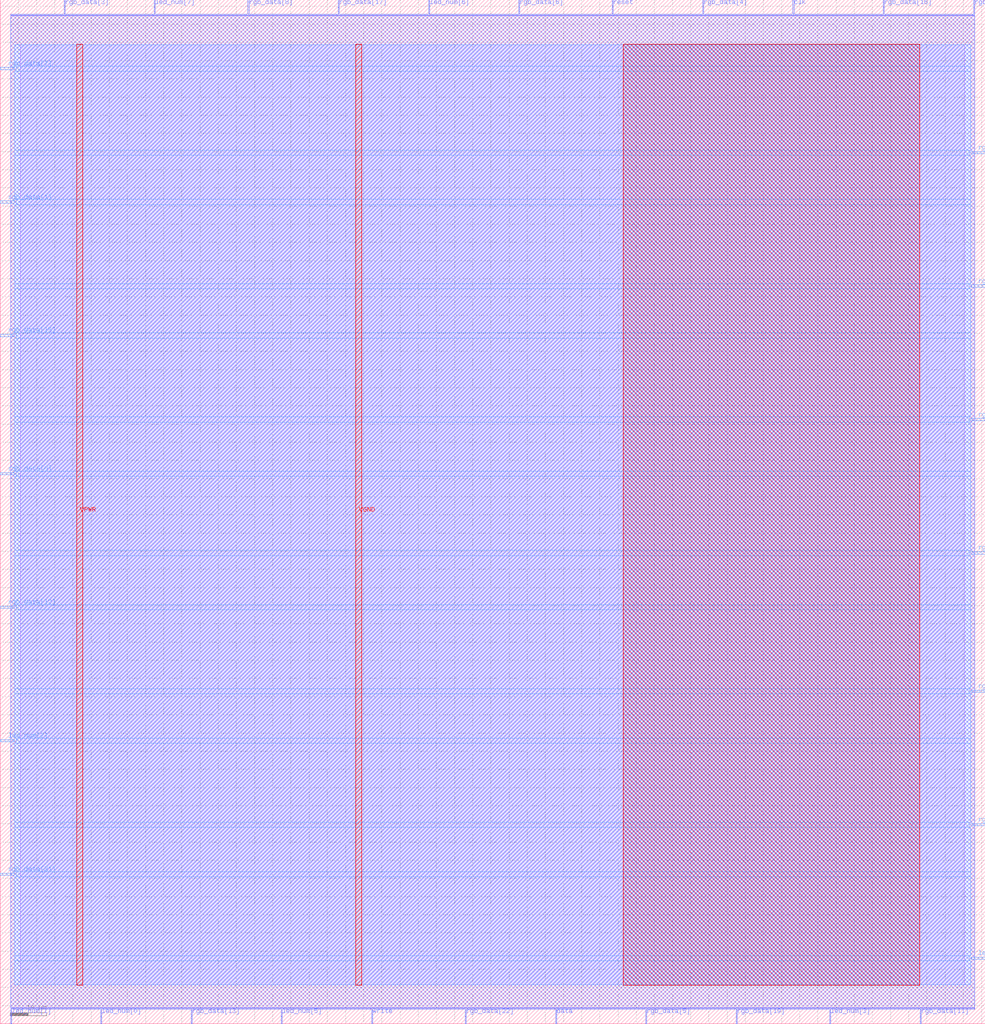
<source format=lef>
VERSION 5.7 ;
  NOWIREEXTENSIONATPIN ON ;
  DIVIDERCHAR "/" ;
  BUSBITCHARS "[]" ;
MACRO ws2812
  CLASS BLOCK ;
  FOREIGN ws2812 ;
  ORIGIN 0.000 0.000 ;
  SIZE 271.030 BY 281.750 ;
  PIN clk
    DIRECTION INPUT ;
    PORT
      LAYER met2 ;
        RECT 218.130 277.750 218.410 281.750 ;
    END
  END clk
  PIN data
    DIRECTION OUTPUT TRISTATE ;
    PORT
      LAYER met2 ;
        RECT 152.810 0.000 153.090 4.000 ;
    END
  END data
  PIN led_num[0]
    DIRECTION INPUT ;
    PORT
      LAYER met2 ;
        RECT 27.690 0.000 27.970 4.000 ;
    END
  END led_num[0]
  PIN led_num[1]
    DIRECTION INPUT ;
    PORT
      LAYER met2 ;
        RECT 2.850 0.000 3.130 4.000 ;
    END
  END led_num[1]
  PIN led_num[2]
    DIRECTION INPUT ;
    PORT
      LAYER met3 ;
        RECT 0.000 77.560 4.000 78.160 ;
    END
  END led_num[2]
  PIN led_num[3]
    DIRECTION INPUT ;
    PORT
      LAYER met2 ;
        RECT 228.250 0.000 228.530 4.000 ;
    END
  END led_num[3]
  PIN led_num[4]
    DIRECTION INPUT ;
    PORT
      LAYER met3 ;
        RECT 267.030 17.720 271.030 18.320 ;
    END
  END led_num[4]
  PIN led_num[5]
    DIRECTION INPUT ;
    PORT
      LAYER met2 ;
        RECT 77.370 0.000 77.650 4.000 ;
    END
  END led_num[5]
  PIN led_num[6]
    DIRECTION INPUT ;
    PORT
      LAYER met2 ;
        RECT 117.850 277.750 118.130 281.750 ;
    END
  END led_num[6]
  PIN led_num[7]
    DIRECTION INPUT ;
    PORT
      LAYER met2 ;
        RECT 42.410 277.750 42.690 281.750 ;
    END
  END led_num[7]
  PIN reset
    DIRECTION INPUT ;
    PORT
      LAYER met2 ;
        RECT 168.450 277.750 168.730 281.750 ;
    END
  END reset
  PIN rgb_data[0]
    DIRECTION INPUT ;
    PORT
      LAYER met3 ;
        RECT 0.000 151.000 4.000 151.600 ;
    END
  END rgb_data[0]
  PIN rgb_data[10]
    DIRECTION INPUT ;
    PORT
      LAYER met3 ;
        RECT 267.030 54.440 271.030 55.040 ;
    END
  END rgb_data[10]
  PIN rgb_data[11]
    DIRECTION INPUT ;
    PORT
      LAYER met2 ;
        RECT 253.090 0.000 253.370 4.000 ;
    END
  END rgb_data[11]
  PIN rgb_data[12]
    DIRECTION INPUT ;
    PORT
      LAYER met3 ;
        RECT 0.000 114.280 4.000 114.880 ;
    END
  END rgb_data[12]
  PIN rgb_data[13]
    DIRECTION INPUT ;
    PORT
      LAYER met2 ;
        RECT 52.530 0.000 52.810 4.000 ;
    END
  END rgb_data[13]
  PIN rgb_data[14]
    DIRECTION INPUT ;
    PORT
      LAYER met3 ;
        RECT 267.030 239.400 271.030 240.000 ;
    END
  END rgb_data[14]
  PIN rgb_data[15]
    DIRECTION INPUT ;
    PORT
      LAYER met3 ;
        RECT 0.000 189.080 4.000 189.680 ;
    END
  END rgb_data[15]
  PIN rgb_data[16]
    DIRECTION INPUT ;
    PORT
      LAYER met2 ;
        RECT 242.970 277.750 243.250 281.750 ;
    END
  END rgb_data[16]
  PIN rgb_data[17]
    DIRECTION INPUT ;
    PORT
      LAYER met2 ;
        RECT 93.010 277.750 93.290 281.750 ;
    END
  END rgb_data[17]
  PIN rgb_data[18]
    DIRECTION INPUT ;
    PORT
      LAYER met3 ;
        RECT 267.030 202.680 271.030 203.280 ;
    END
  END rgb_data[18]
  PIN rgb_data[19]
    DIRECTION INPUT ;
    PORT
      LAYER met2 ;
        RECT 202.490 0.000 202.770 4.000 ;
    END
  END rgb_data[19]
  PIN rgb_data[1]
    DIRECTION INPUT ;
    PORT
      LAYER met3 ;
        RECT 0.000 225.800 4.000 226.400 ;
    END
  END rgb_data[1]
  PIN rgb_data[20]
    DIRECTION INPUT ;
    PORT
      LAYER met3 ;
        RECT 267.030 165.960 271.030 166.560 ;
    END
  END rgb_data[20]
  PIN rgb_data[21]
    DIRECTION INPUT ;
    PORT
      LAYER met3 ;
        RECT 0.000 40.840 4.000 41.440 ;
    END
  END rgb_data[21]
  PIN rgb_data[22]
    DIRECTION INPUT ;
    PORT
      LAYER met2 ;
        RECT 127.970 0.000 128.250 4.000 ;
    END
  END rgb_data[22]
  PIN rgb_data[23]
    DIRECTION INPUT ;
    PORT
      LAYER met3 ;
        RECT 267.030 91.160 271.030 91.760 ;
    END
  END rgb_data[23]
  PIN rgb_data[2]
    DIRECTION INPUT ;
    PORT
      LAYER met3 ;
        RECT 267.030 129.240 271.030 129.840 ;
    END
  END rgb_data[2]
  PIN rgb_data[3]
    DIRECTION INPUT ;
    PORT
      LAYER met2 ;
        RECT 17.570 277.750 17.850 281.750 ;
    END
  END rgb_data[3]
  PIN rgb_data[4]
    DIRECTION INPUT ;
    PORT
      LAYER met2 ;
        RECT 193.290 277.750 193.570 281.750 ;
    END
  END rgb_data[4]
  PIN rgb_data[5]
    DIRECTION INPUT ;
    PORT
      LAYER met2 ;
        RECT 177.650 0.000 177.930 4.000 ;
    END
  END rgb_data[5]
  PIN rgb_data[6]
    DIRECTION INPUT ;
    PORT
      LAYER met2 ;
        RECT 142.690 277.750 142.970 281.750 ;
    END
  END rgb_data[6]
  PIN rgb_data[7]
    DIRECTION INPUT ;
    PORT
      LAYER met3 ;
        RECT 0.000 262.520 4.000 263.120 ;
    END
  END rgb_data[7]
  PIN rgb_data[8]
    DIRECTION INPUT ;
    PORT
      LAYER met2 ;
        RECT 68.170 277.750 68.450 281.750 ;
    END
  END rgb_data[8]
  PIN rgb_data[9]
    DIRECTION INPUT ;
    PORT
      LAYER met2 ;
        RECT 267.810 277.750 268.090 281.750 ;
    END
  END rgb_data[9]
  PIN write
    DIRECTION INPUT ;
    PORT
      LAYER met2 ;
        RECT 102.210 0.000 102.490 4.000 ;
    END
  END write
  PIN VPWR
    DIRECTION INPUT ;
    USE POWER ;
    PORT
      LAYER met4 ;
        RECT 21.040 10.640 22.640 269.520 ;
    END
  END VPWR
  PIN VGND
    DIRECTION INPUT ;
    USE GROUND ;
    PORT
      LAYER met4 ;
        RECT 97.840 10.640 99.440 269.520 ;
    END
  END VGND
  OBS
      LAYER li1 ;
        RECT 5.520 10.795 265.420 269.365 ;
      LAYER met1 ;
        RECT 2.830 4.460 268.110 277.400 ;
      LAYER met2 ;
        RECT 2.860 277.470 17.290 277.750 ;
        RECT 18.130 277.470 42.130 277.750 ;
        RECT 42.970 277.470 67.890 277.750 ;
        RECT 68.730 277.470 92.730 277.750 ;
        RECT 93.570 277.470 117.570 277.750 ;
        RECT 118.410 277.470 142.410 277.750 ;
        RECT 143.250 277.470 168.170 277.750 ;
        RECT 169.010 277.470 193.010 277.750 ;
        RECT 193.850 277.470 217.850 277.750 ;
        RECT 218.690 277.470 242.690 277.750 ;
        RECT 243.530 277.470 267.530 277.750 ;
        RECT 2.860 4.280 268.080 277.470 ;
        RECT 3.410 4.000 27.410 4.280 ;
        RECT 28.250 4.000 52.250 4.280 ;
        RECT 53.090 4.000 77.090 4.280 ;
        RECT 77.930 4.000 101.930 4.280 ;
        RECT 102.770 4.000 127.690 4.280 ;
        RECT 128.530 4.000 152.530 4.280 ;
        RECT 153.370 4.000 177.370 4.280 ;
        RECT 178.210 4.000 202.210 4.280 ;
        RECT 203.050 4.000 227.970 4.280 ;
        RECT 228.810 4.000 252.810 4.280 ;
        RECT 253.650 4.000 268.080 4.280 ;
      LAYER met3 ;
        RECT 4.000 263.520 267.030 269.445 ;
        RECT 4.400 262.120 267.030 263.520 ;
        RECT 4.000 240.400 267.030 262.120 ;
        RECT 4.000 239.000 266.630 240.400 ;
        RECT 4.000 226.800 267.030 239.000 ;
        RECT 4.400 225.400 267.030 226.800 ;
        RECT 4.000 203.680 267.030 225.400 ;
        RECT 4.000 202.280 266.630 203.680 ;
        RECT 4.000 190.080 267.030 202.280 ;
        RECT 4.400 188.680 267.030 190.080 ;
        RECT 4.000 166.960 267.030 188.680 ;
        RECT 4.000 165.560 266.630 166.960 ;
        RECT 4.000 152.000 267.030 165.560 ;
        RECT 4.400 150.600 267.030 152.000 ;
        RECT 4.000 130.240 267.030 150.600 ;
        RECT 4.000 128.840 266.630 130.240 ;
        RECT 4.000 115.280 267.030 128.840 ;
        RECT 4.400 113.880 267.030 115.280 ;
        RECT 4.000 92.160 267.030 113.880 ;
        RECT 4.000 90.760 266.630 92.160 ;
        RECT 4.000 78.560 267.030 90.760 ;
        RECT 4.400 77.160 267.030 78.560 ;
        RECT 4.000 55.440 267.030 77.160 ;
        RECT 4.000 54.040 266.630 55.440 ;
        RECT 4.000 41.840 267.030 54.040 ;
        RECT 4.400 40.440 267.030 41.840 ;
        RECT 4.000 18.720 267.030 40.440 ;
        RECT 4.000 17.320 266.630 18.720 ;
        RECT 4.000 10.715 267.030 17.320 ;
      LAYER met4 ;
        RECT 171.415 10.640 253.040 269.520 ;
  END
END ws2812
END LIBRARY


</source>
